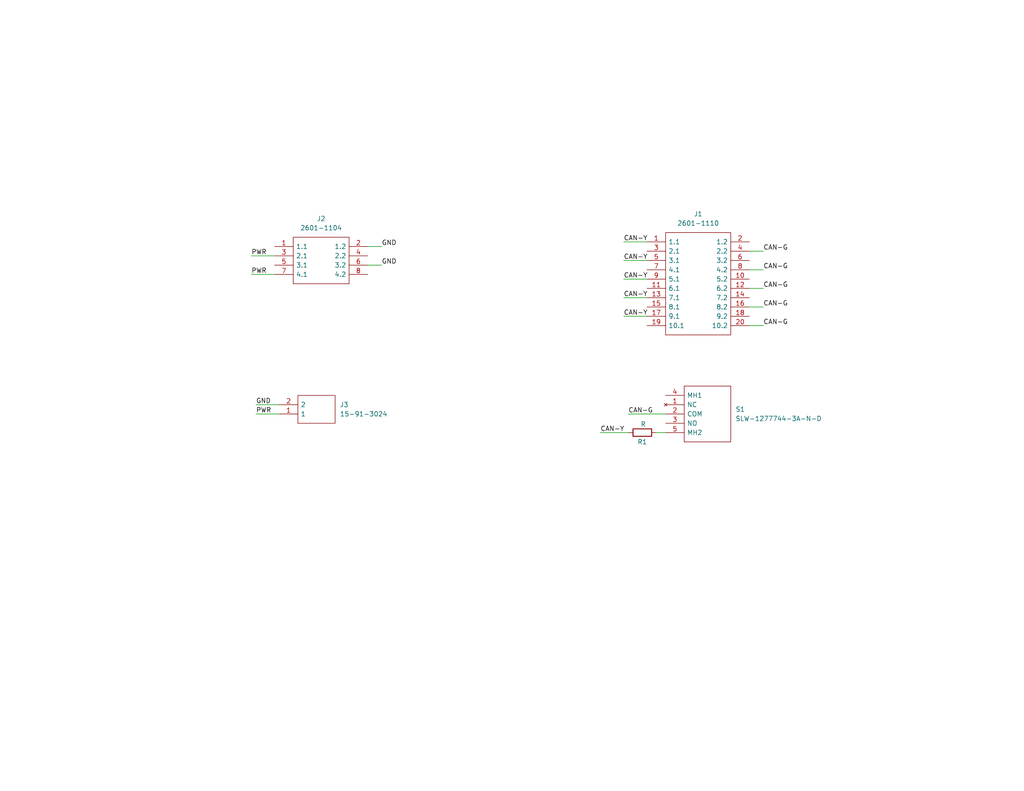
<source format=kicad_sch>
(kicad_sch (version 20231120) (generator "eeschema") (generator_version "8.0")
  (paper "USLetter")
  (title_block (title "SwerveHubWago") (date "2024-12-07") (rev "1") (company "Mountie Megabots"))
  (lib_symbols
    (symbol "Device:R" (pin_numbers hide) (pin_names (offset 0))
      (property "Reference" "R" (at 2.032 0 90))
      (property "Value" "R" (at 0 0 90))
      (symbol "R_0_1"
        (rectangle (start -1.016 -2.54) (end 1.016 2.54) (stroke (width 0.254)))
      )
      (symbol "R_1_1"
        (pin passive line (at 0 3.81 270) (length 1.27) (name "~") (number "1"))
        (pin passive line (at 0 -3.81 90) (length 1.27) (name "~") (number "2"))
      )
    )
    (symbol "SamacSys_Parts:15-91-3024" (pin_names (offset 0.762))
      (property "Reference" "J" (at 16.51 7.62 0))
      (property "Value" "15-91-3024" (at 16.51 5.08 0))
      (symbol "15-91-3024_0_0"
        (pin passive line (at 0 -2.54 0) (length 5.08) (name "1") (number "1"))
        (pin passive line (at 0 0 0) (length 5.08) (name "2") (number "2"))
      )
      (symbol "15-91-3024_0_1"
        (polyline (pts (xy 5.08 2.54) (xy 15.24 2.54) (xy 15.24 -5.08) (xy 5.08 -5.08) (xy 5.08 2.54)) (stroke (width 0.1524)))
      )
    )
    (symbol "SamacSys_Parts:2601-1104" (pin_names (offset 0.762))
      (property "Reference" "J" (at 21.59 7.62 0))
      (property "Value" "2601-1104" (at 21.59 5.08 0))
      (symbol "2601-1104_0_0"
        (pin passive line (at 0 0 0) (length 5.08) (name "1.1") (number "1"))
        (pin passive line (at 25.4 0 180) (length 5.08) (name "1.2") (number "2"))
        (pin passive line (at 0 -2.54 0) (length 5.08) (name "2.1") (number "3"))
        (pin passive line (at 25.4 -2.54 180) (length 5.08) (name "2.2") (number "4"))
        (pin passive line (at 0 -5.08 0) (length 5.08) (name "3.1") (number "5"))
        (pin passive line (at 25.4 -5.08 180) (length 5.08) (name "3.2") (number "6"))
        (pin passive line (at 0 -7.62 0) (length 5.08) (name "4.1") (number "7"))
        (pin passive line (at 25.4 -7.62 180) (length 5.08) (name "4.2") (number "8"))
      )
      (symbol "2601-1104_0_1"
        (polyline (pts (xy 5.08 2.54) (xy 20.32 2.54) (xy 20.32 -10.16) (xy 5.08 -10.16) (xy 5.08 2.54)) (stroke (width 0.1524)))
      )
    )
    (symbol "SamacSys_Parts:2601-1110" (pin_names (offset 0.762))
      (property "Reference" "J" (at 24.13 7.62 0))
      (property "Value" "2601-1110" (at 24.13 5.08 0))
      (symbol "2601-1110_0_0"
        (pin passive line (at 0 0 0) (length 5.08) (name "1.1") (number "1"))
        (pin passive line (at 27.94 -10.16 180) (length 5.08) (name "5.2") (number "10"))
        (pin passive line (at 0 -12.7 0) (length 5.08) (name "6.1") (number "11"))
        (pin passive line (at 27.94 -12.7 180) (length 5.08) (name "6.2") (number "12"))
        (pin passive line (at 0 -15.24 0) (length 5.08) (name "7.1") (number "13"))
        (pin passive line (at 27.94 -15.24 180) (length 5.08) (name "7.2") (number "14"))
        (pin passive line (at 0 -17.78 0) (length 5.08) (name "8.1") (number "15"))
        (pin passive line (at 27.94 -17.78 180) (length 5.08) (name "8.2") (number "16"))
        (pin passive line (at 0 -20.32 0) (length 5.08) (name "9.1") (number "17"))
        (pin passive line (at 27.94 -20.32 180) (length 5.08) (name "9.2") (number "18"))
        (pin passive line (at 0 -22.86 0) (length 5.08) (name "10.1") (number "19"))
        (pin passive line (at 27.94 0 180) (length 5.08) (name "1.2") (number "2"))
        (pin passive line (at 27.94 -22.86 180) (length 5.08) (name "10.2") (number "20"))
        (pin passive line (at 0 -2.54 0) (length 5.08) (name "2.1") (number "3"))
        (pin passive line (at 27.94 -2.54 180) (length 5.08) (name "2.2") (number "4"))
        (pin passive line (at 0 -5.08 0) (length 5.08) (name "3.1") (number "5"))
        (pin passive line (at 27.94 -5.08 180) (length 5.08) (name "3.2") (number "6"))
        (pin passive line (at 0 -7.62 0) (length 5.08) (name "4.1") (number "7"))
        (pin passive line (at 27.94 -7.62 180) (length 5.08) (name "4.2") (number "8"))
        (pin passive line (at 0 -10.16 0) (length 5.08) (name "5.1") (number "9"))
      )
      (symbol "2601-1110_0_1"
        (polyline (pts (xy 5.08 2.54) (xy 22.86 2.54) (xy 22.86 -25.4) (xy 5.08 -25.4) (xy 5.08 2.54)) (stroke (width 0.1524)))
      )
    )
    (symbol "SamacSys_Parts:SLW-1277744-3A-N-D" (pin_names (offset 0.762))
      (property "Reference" "S" (at 19.05 7.62 0))
      (property "Value" "SLW-1277744-3A-N-D" (at 19.05 5.08 0))
      (symbol "SLW-1277744-3A-N-D_0_0"
        (pin no_connect line (at 0 -2.54 0) (length 5.08) (name "NC") (number "1"))
        (pin passive line (at 0 -5.08 0) (length 5.08) (name "COM") (number "2"))
        (pin passive line (at 0 -7.62 0) (length 5.08) (name "NO") (number "3"))
        (pin passive line (at 0 0 0) (length 5.08) (name "MH1") (number "4"))
        (pin passive line (at 0 -10.16 0) (length 5.08) (name "MH2") (number "5"))
      )
      (symbol "SLW-1277744-3A-N-D_0_1"
        (polyline (pts (xy 5.08 2.54) (xy 17.78 2.54) (xy 17.78 -12.7) (xy 5.08 -12.7) (xy 5.08 2.54)) (stroke (width 0.1524)))
      )
    )
  )
  (wire (pts (xy 171.45 113.03) (xy 181.61 113.03)))
  (wire (pts (xy 204.47 73.66) (xy 208.28 73.66)))
  (wire (pts (xy 176.53 76.2) (xy 170.18 76.2)))
  (wire (pts (xy 204.47 68.58) (xy 208.28 68.58)))
  (wire (pts (xy 163.83 118.11) (xy 171.45 118.11)))
  (wire (pts (xy 204.47 78.74) (xy 208.28 78.74)))
  (wire (pts (xy 170.18 81.28) (xy 176.53 81.28)))
  (wire (pts (xy 68.58 74.93) (xy 74.93 74.93)))
  (wire (pts (xy 68.58 69.85) (xy 74.93 69.85)))
  (wire (pts (xy 69.85 110.49) (xy 76.2 110.49)))
  (wire (pts (xy 100.33 72.39) (xy 104.14 72.39)))
  (wire (pts (xy 176.53 71.12) (xy 170.18 71.12)))
  (wire (pts (xy 204.47 88.9) (xy 208.28 88.9)))
  (wire (pts (xy 170.18 86.36) (xy 176.53 86.36)))
  (wire (pts (xy 204.47 83.82) (xy 208.28 83.82)))
  (wire (pts (xy 179.07 118.11) (xy 181.61 118.11)))
  (wire (pts (xy 69.85 113.03) (xy 76.2 113.03)))
  (wire (pts (xy 176.53 66.04) (xy 170.18 66.04)))
  (wire (pts (xy 100.33 67.31) (xy 104.14 67.31)))
  (label "CAN-Y" (at 170.18 66.04 0))
  (label "GND" (at 69.85 110.49 0))
  (label "CAN-G" (at 208.28 73.66 0))
  (label "CAN-Y" (at 170.18 76.2 0))
  (label "CAN-Y" (at 163.83 118.11 0))
  (label "PWR" (at 69.85 113.03 0))
  (label "CAN-Y" (at 170.18 81.28 0))
  (label "CAN-G" (at 171.45 113.03 0))
  (label "CAN-G" (at 208.28 78.74 0))
  (label "CAN-G" (at 208.28 88.9 0))
  (label "PWR" (at 68.58 69.85 0))
  (label "CAN-Y" (at 170.18 71.12 0))
  (label "CAN-G" (at 208.28 68.58 0))
  (label "GND" (at 104.14 72.39 0))
  (label "CAN-Y" (at 170.18 86.36 0))
  (label "GND" (at 104.14 67.31 0))
  (label "CAN-G" (at 208.28 83.82 0))
  (label "PWR" (at 68.58 74.93 0))
  (symbol (lib_id "SamacSys_Parts:SLW-1277744-3A-N-D") (at 181.61 107.95 0) (unit 1)
    (property "Reference" "S1" (at 200.66 111.7599 0) (effects (justify left)))
    (property "Value" "SLW-1277744-3A-N-D" (at 200.66 114.2999 0) (effects (justify left)))
    (property "Footprint" "SamacSys_Parts:SLW12777443AND" (effects (hide yes)))
    (property "Datasheet" "https://www.sameskydevices.com/product/resource/slw-1277744-3a-n-d.pdf" (effects (hide yes)))
    (property "Description" "Slide Switches 12.7 x 7.7 x 4.4 mm, 3 mm Raised Slide Actuator, Through Hole" (effects (hide yes)))
    (property "Description_1" "Slide Switches 12.7 x 7.7 x 4.4 mm, 3 mm Raised Slide Actuator, Through Hole" (effects (hide yes)))
    (property "Height" "8" (effects (hide yes)))
    (property "Manufacturer_Name" "Same Sky" (effects (hide yes)))
    (property "Manufacturer_Part_Number" "SLW-1277744-3A-N-D" (effects (hide yes)))
    (property "Mouser Part Number" "179-SLW12777443AND" (effects (hide yes)))
    (property "Mouser Price/Stock" "https://www.mouser.co.uk/ProductDetail/Same-Sky/SLW-1277744-3A-N-D?qs=IKkN%2F947nfDtIMt0dYyHhg%3D%3D" (effects (hide yes)))
    (property "Arrow Part Number" "SLW-1277744-3A-N-D" (effects (hide yes)))
    (property "Arrow Price/Stock" "https://www.arrow.com/en/products/slw-1277744-3a-n-d/cui-devices?region=nac" (effects (hide yes)))
  )
  (symbol (lib_id "Device:R") (at 175.26 118.11 270) (unit 1)
    (property "Reference" "R1" (at 175.26 120.65 90))
    (property "Value" "R" (at 175.514 115.824 90))
    (property "Footprint" "Resistor_SMD:R_0805_2012Metric_Pad1.20x1.40mm_HandSolder" (effects (hide yes)))
    (property "Description" "Resistor" (effects (hide yes)))
  )
  (symbol (lib_id "SamacSys_Parts:2601-1104") (at 74.93 67.31 0) (unit 1)
    (property "Reference" "J2" (at 87.63 59.69 0))
    (property "Value" "2601-1104" (at 87.63 62.23 0))
    (property "Footprint" "SamacSys_Parts:26011104" (effects (hide yes)))
    (property "Datasheet" "https://www.wago.com/2601-1104" (effects (hide yes)))
    (property "Description" "PCB terminal block; lever; 1.5 mm; Pin spacing 3.5 mm; 4-pole; Push-in CAGE CLAMP" (effects (hide yes)))
    (property "Description_1" "PCB terminal block; lever; 1.5 mm; Pin spacing 3.5 mm; 4-pole; Push-in CAGE CLAMP" (effects (hide yes)))
    (property "Height" "12.75" (effects (hide yes)))
    (property "Manufacturer_Name" "Wago" (effects (hide yes)))
    (property "Manufacturer_Part_Number" "2601-1104" (effects (hide yes)))
  )
  (symbol (lib_id "SamacSys_Parts:15-91-3024") (at 76.2 110.49 0) (unit 1)
    (property "Reference" "J3" (at 92.71 110.4899 0) (effects (justify left)))
    (property "Value" "15-91-3024" (at 92.71 113.0299 0) (effects (justify left)))
    (property "Footprint" "SamacSys_Parts:15913024" (effects (hide yes)))
    (property "Datasheet" "https://componentsearchengine.com/Datasheets/2/15-91-3024.pdf" (effects (hide yes)))
    (property "Description" "Headers & Wire Housings SL 2 CKT W-T-B SHROU" (effects (hide yes)))
    (property "Description_1" "Headers & Wire Housings SL 2 CKT W-T-B SHROU" (effects (hide yes)))
    (property "Height" "7" (effects (hide yes)))
    (property "Manufacturer_Name" "Molex" (effects (hide yes)))
    (property "Manufacturer_Part_Number" "15-91-3024" (effects (hide yes)))
    (property "Mouser Part Number" "538-15-91-3024" (effects (hide yes)))
    (property "Mouser Price/Stock" "https://www.mouser.co.uk/ProductDetail/Molex/15-91-3024?qs=u6Gr9%2FNt%252B%2F%252BxdZ%252BOvBqKyg%3D%3D" (effects (hide yes)))
  )
  (symbol (lib_id "SamacSys_Parts:2601-1110") (at 176.53 66.04 0) (unit 1)
    (property "Reference" "J1" (at 190.5 58.42 0))
    (property "Value" "2601-1110" (at 190.5 60.96 0))
    (property "Footprint" "SamacSys_Parts:26011110" (effects (hide yes)))
    (property "Datasheet" "https://www.wago.com/2601-1110" (effects (hide yes)))
    (property "Description" "PCB terminal block; lever; 1.5 mm; Pin spacing 3.5 mm; 10-pole; Push-in CAGE CLAMP; 1,50 mm; gray" (effects (hide yes)))
    (property "Description_1" "PCB terminal block; lever; 1.5 mm; Pin spacing 3.5 mm; 10-pole; Push-in CAGE CLAMP; 1,50 mm; gray" (effects (hide yes)))
    (property "Height" "12.75" (effects (hide yes)))
    (property "Manufacturer_Name" "Wago" (effects (hide yes)))
    (property "Manufacturer_Part_Number" "2601-1110" (effects (hide yes)))
  )
)
</source>
